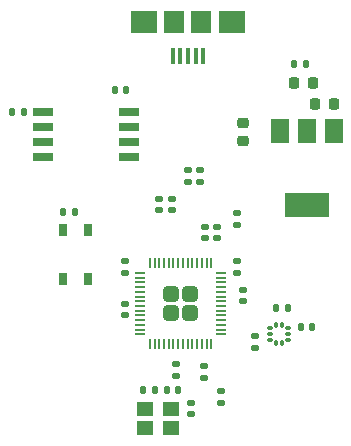
<source format=gbr>
%TF.GenerationSoftware,KiCad,Pcbnew,7.0.8*%
%TF.CreationDate,2024-09-28T20:52:04-07:00*%
%TF.ProjectId,proves_pcb_challenge,70726f76-6573-45f7-9063-625f6368616c,rev?*%
%TF.SameCoordinates,Original*%
%TF.FileFunction,Paste,Top*%
%TF.FilePolarity,Positive*%
%FSLAX46Y46*%
G04 Gerber Fmt 4.6, Leading zero omitted, Abs format (unit mm)*
G04 Created by KiCad (PCBNEW 7.0.8) date 2024-09-28 20:52:04*
%MOMM*%
%LPD*%
G01*
G04 APERTURE LIST*
G04 Aperture macros list*
%AMRoundRect*
0 Rectangle with rounded corners*
0 $1 Rounding radius*
0 $2 $3 $4 $5 $6 $7 $8 $9 X,Y pos of 4 corners*
0 Add a 4 corners polygon primitive as box body*
4,1,4,$2,$3,$4,$5,$6,$7,$8,$9,$2,$3,0*
0 Add four circle primitives for the rounded corners*
1,1,$1+$1,$2,$3*
1,1,$1+$1,$4,$5*
1,1,$1+$1,$6,$7*
1,1,$1+$1,$8,$9*
0 Add four rect primitives between the rounded corners*
20,1,$1+$1,$2,$3,$4,$5,0*
20,1,$1+$1,$4,$5,$6,$7,0*
20,1,$1+$1,$6,$7,$8,$9,0*
20,1,$1+$1,$8,$9,$2,$3,0*%
G04 Aperture macros list end*
%ADD10RoundRect,0.135000X-0.185000X0.135000X-0.185000X-0.135000X0.185000X-0.135000X0.185000X0.135000X0*%
%ADD11RoundRect,0.135000X-0.135000X-0.185000X0.135000X-0.185000X0.135000X0.185000X-0.135000X0.185000X0*%
%ADD12RoundRect,0.135000X0.135000X0.185000X-0.135000X0.185000X-0.135000X-0.185000X0.135000X-0.185000X0*%
%ADD13RoundRect,0.135000X0.185000X-0.135000X0.185000X0.135000X-0.185000X0.135000X-0.185000X-0.135000X0*%
%ADD14RoundRect,0.140000X0.170000X-0.140000X0.170000X0.140000X-0.170000X0.140000X-0.170000X-0.140000X0*%
%ADD15R,0.650000X1.050000*%
%ADD16RoundRect,0.225000X-0.225000X-0.250000X0.225000X-0.250000X0.225000X0.250000X-0.225000X0.250000X0*%
%ADD17R,1.700000X0.650000*%
%ADD18RoundRect,0.087500X-0.087500X0.125000X-0.087500X-0.125000X0.087500X-0.125000X0.087500X0.125000X0*%
%ADD19RoundRect,0.087500X-0.125000X0.087500X-0.125000X-0.087500X0.125000X-0.087500X0.125000X0.087500X0*%
%ADD20RoundRect,0.140000X0.140000X0.170000X-0.140000X0.170000X-0.140000X-0.170000X0.140000X-0.170000X0*%
%ADD21RoundRect,0.140000X-0.170000X0.140000X-0.170000X-0.140000X0.170000X-0.140000X0.170000X0.140000X0*%
%ADD22RoundRect,0.218750X-0.218750X-0.256250X0.218750X-0.256250X0.218750X0.256250X-0.218750X0.256250X0*%
%ADD23RoundRect,0.225000X-0.250000X0.225000X-0.250000X-0.225000X0.250000X-0.225000X0.250000X0.225000X0*%
%ADD24R,1.400000X1.200000*%
%ADD25R,0.400000X1.400000*%
%ADD26R,2.300000X1.900000*%
%ADD27R,1.800000X1.900000*%
%ADD28RoundRect,0.140000X-0.140000X-0.170000X0.140000X-0.170000X0.140000X0.170000X-0.140000X0.170000X0*%
%ADD29R,1.500000X2.000000*%
%ADD30R,3.800000X2.000000*%
%ADD31RoundRect,0.249999X-0.395001X-0.395001X0.395001X-0.395001X0.395001X0.395001X-0.395001X0.395001X0*%
%ADD32RoundRect,0.050000X-0.387500X-0.050000X0.387500X-0.050000X0.387500X0.050000X-0.387500X0.050000X0*%
%ADD33RoundRect,0.050000X-0.050000X-0.387500X0.050000X-0.387500X0.050000X0.387500X-0.050000X0.387500X0*%
G04 APERTURE END LIST*
D10*
%TO.C,R8*%
X137400000Y-109900000D03*
X137400000Y-110920000D03*
%TD*%
D11*
%TO.C,R9*%
X124080000Y-94700000D03*
X125100000Y-94700000D03*
%TD*%
D12*
%TO.C,R1*%
X144620000Y-82200000D03*
X143600000Y-82200000D03*
%TD*%
D13*
%TO.C,R3*%
X133600000Y-108620000D03*
X133600000Y-107600000D03*
%TD*%
D14*
%TO.C,C13*%
X138800000Y-99860000D03*
X138800000Y-98900000D03*
%TD*%
D10*
%TO.C,R6*%
X140300000Y-105200000D03*
X140300000Y-106220000D03*
%TD*%
%TO.C,R5*%
X134630000Y-91150000D03*
X134630000Y-92170000D03*
%TD*%
D15*
%TO.C,SW1*%
X126200000Y-96250000D03*
X126200000Y-100400000D03*
X124050000Y-96250000D03*
X124050000Y-100400000D03*
%TD*%
D14*
%TO.C,C3*%
X136080000Y-96930000D03*
X136080000Y-95970000D03*
%TD*%
D16*
%TO.C,C2*%
X145400000Y-85600000D03*
X146950000Y-85600000D03*
%TD*%
D14*
%TO.C,C8*%
X139300000Y-102280000D03*
X139300000Y-101320000D03*
%TD*%
D17*
%TO.C,U3*%
X122350000Y-86250000D03*
X122350000Y-87520000D03*
X122350000Y-88790000D03*
X122350000Y-90060000D03*
X129650000Y-90060000D03*
X129650000Y-88790000D03*
X129650000Y-87520000D03*
X129650000Y-86250000D03*
%TD*%
D18*
%TO.C,U4*%
X142600000Y-104300000D03*
X142100000Y-104300000D03*
D19*
X141587500Y-104562500D03*
X141587500Y-105062500D03*
X141587500Y-105562500D03*
D18*
X142100000Y-105825000D03*
X142600000Y-105825000D03*
D19*
X143112500Y-105562500D03*
X143112500Y-105062500D03*
X143112500Y-104562500D03*
%TD*%
D14*
%TO.C,C6*%
X137080000Y-96930000D03*
X137080000Y-95970000D03*
%TD*%
D20*
%TO.C,C14*%
X129380000Y-84400000D03*
X128420000Y-84400000D03*
%TD*%
D21*
%TO.C,C5*%
X136000000Y-107800000D03*
X136000000Y-108760000D03*
%TD*%
D14*
%TO.C,C12*%
X138800000Y-95800000D03*
X138800000Y-94840000D03*
%TD*%
D22*
%TO.C,D1*%
X143600000Y-83800000D03*
X145175000Y-83800000D03*
%TD*%
D12*
%TO.C,R2*%
X120710000Y-86300000D03*
X119690000Y-86300000D03*
%TD*%
D14*
%TO.C,C11*%
X129300000Y-99880000D03*
X129300000Y-98920000D03*
%TD*%
D11*
%TO.C,R7*%
X142080000Y-102900000D03*
X143100000Y-102900000D03*
%TD*%
D10*
%TO.C,R4*%
X135630000Y-91150000D03*
X135630000Y-92170000D03*
%TD*%
D23*
%TO.C,C1*%
X139300000Y-87200000D03*
X139300000Y-88750000D03*
%TD*%
D14*
%TO.C,C7*%
X133300000Y-94600000D03*
X133300000Y-93640000D03*
%TD*%
D24*
%TO.C,Y1*%
X131000000Y-113050000D03*
X133200000Y-113050000D03*
X133200000Y-111450000D03*
X131000000Y-111450000D03*
%TD*%
D25*
%TO.C,J1*%
X135920000Y-81490000D03*
X135270000Y-81490000D03*
X134620000Y-81490000D03*
X133970000Y-81490000D03*
X133320000Y-81490000D03*
D26*
X138370000Y-78640000D03*
D27*
X135770000Y-78640000D03*
X133470000Y-78640000D03*
D26*
X130870000Y-78640000D03*
%TD*%
D14*
%TO.C,C10*%
X129300000Y-103480000D03*
X129300000Y-102520000D03*
%TD*%
%TO.C,C4*%
X132200000Y-94600000D03*
X132200000Y-93640000D03*
%TD*%
D28*
%TO.C,C18*%
X144175000Y-104475000D03*
X145135000Y-104475000D03*
%TD*%
D29*
%TO.C,U1*%
X147000000Y-87850000D03*
X144700000Y-87850000D03*
X142400000Y-87850000D03*
D30*
X144700000Y-94150000D03*
%TD*%
D28*
%TO.C,C15*%
X130840000Y-109800000D03*
X131800000Y-109800000D03*
%TD*%
D21*
%TO.C,C9*%
X134900000Y-110900000D03*
X134900000Y-111860000D03*
%TD*%
D28*
%TO.C,C16*%
X132840000Y-109800000D03*
X133800000Y-109800000D03*
%TD*%
D31*
%TO.C,U2*%
X133200000Y-101700000D03*
X133200000Y-103300000D03*
X134800000Y-101700000D03*
X134800000Y-103300000D03*
D32*
X130562500Y-99900000D03*
X130562500Y-100300000D03*
X130562500Y-100700000D03*
X130562500Y-101100000D03*
X130562500Y-101500000D03*
X130562500Y-101900000D03*
X130562500Y-102300000D03*
X130562500Y-102700000D03*
X130562500Y-103100000D03*
X130562500Y-103500000D03*
X130562500Y-103900000D03*
X130562500Y-104300000D03*
X130562500Y-104700000D03*
X130562500Y-105100000D03*
D33*
X131400000Y-105937500D03*
X131800000Y-105937500D03*
X132200000Y-105937500D03*
X132600000Y-105937500D03*
X133000000Y-105937500D03*
X133400000Y-105937500D03*
X133800000Y-105937500D03*
X134200000Y-105937500D03*
X134600000Y-105937500D03*
X135000000Y-105937500D03*
X135400000Y-105937500D03*
X135800000Y-105937500D03*
X136200000Y-105937500D03*
X136600000Y-105937500D03*
D32*
X137437500Y-105100000D03*
X137437500Y-104700000D03*
X137437500Y-104300000D03*
X137437500Y-103900000D03*
X137437500Y-103500000D03*
X137437500Y-103100000D03*
X137437500Y-102700000D03*
X137437500Y-102300000D03*
X137437500Y-101900000D03*
X137437500Y-101500000D03*
X137437500Y-101100000D03*
X137437500Y-100700000D03*
X137437500Y-100300000D03*
X137437500Y-99900000D03*
D33*
X136600000Y-99062500D03*
X136200000Y-99062500D03*
X135800000Y-99062500D03*
X135400000Y-99062500D03*
X135000000Y-99062500D03*
X134600000Y-99062500D03*
X134200000Y-99062500D03*
X133800000Y-99062500D03*
X133400000Y-99062500D03*
X133000000Y-99062500D03*
X132600000Y-99062500D03*
X132200000Y-99062500D03*
X131800000Y-99062500D03*
X131400000Y-99062500D03*
%TD*%
M02*

</source>
